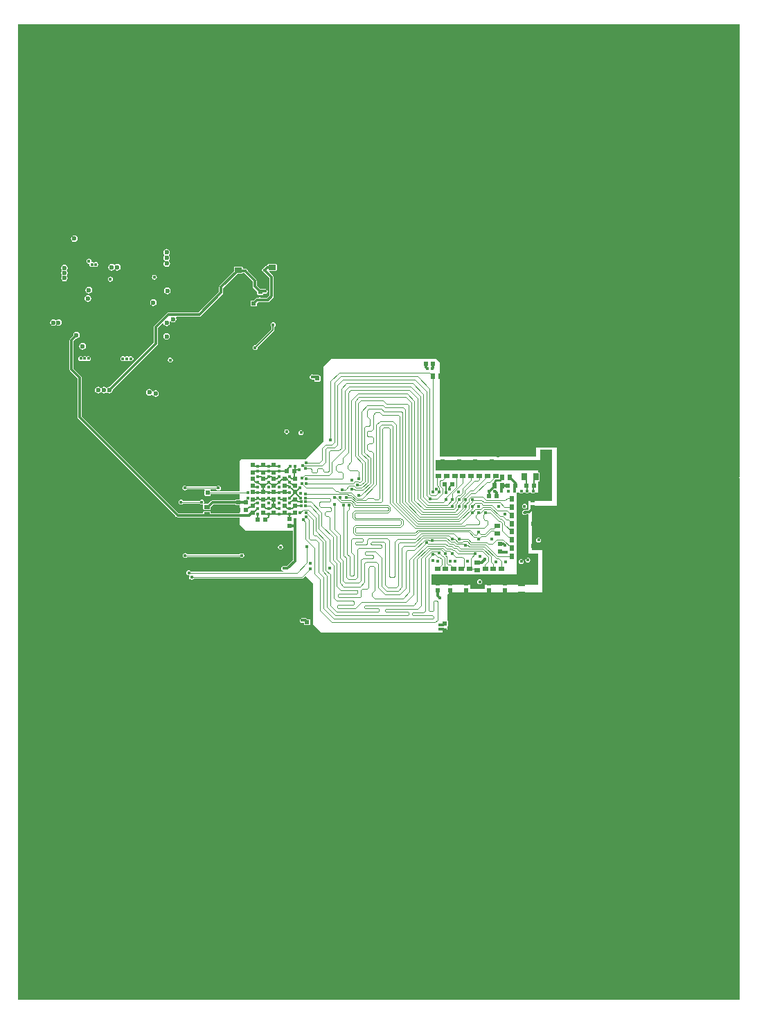
<source format=gbl>
G04 Layer_Physical_Order=4*
G04 Layer_Color=16711680*
%FSLAX43Y43*%
%MOMM*%
G71*
G01*
G75*
%ADD10R,0.510X0.700*%
%ADD11R,0.700X0.510*%
%ADD12R,0.560X0.510*%
%ADD13R,0.510X0.560*%
%ADD14R,0.640X0.890*%
%ADD15R,0.890X0.640*%
%ADD18C,0.400*%
%ADD24C,0.120*%
%ADD25C,0.090*%
%ADD26C,0.200*%
%ADD27C,0.300*%
%ADD28C,0.100*%
%ADD30C,0.175*%
%ADD31C,0.150*%
%ADD32C,0.250*%
%ADD33C,0.130*%
%ADD39C,0.600*%
G36*
X65705Y67595D02*
X65705Y61345D01*
X62775D01*
Y60215D01*
X62493D01*
X62467Y60233D01*
X62350Y60256D01*
X62233Y60233D01*
X62134Y60166D01*
X62067Y60067D01*
X62044Y59950D01*
X62067Y59833D01*
X62134Y59734D01*
X62137Y59732D01*
X62145Y59720D01*
X62227Y59665D01*
X62325Y59645D01*
X62335Y59647D01*
X62350Y59644D01*
X62467Y59667D01*
X62524Y59705D01*
X62775D01*
Y54925D01*
X63975D01*
Y51095D01*
X57455D01*
Y50595D01*
X55705D01*
Y51095D01*
X50955D01*
Y52345D01*
X61400Y52345D01*
X61400Y62345D01*
X61701D01*
X61709Y62334D01*
X61808Y62267D01*
X61925Y62244D01*
X62042Y62267D01*
X62141Y62334D01*
X62149Y62345D01*
X62401D01*
X62409Y62334D01*
X62508Y62267D01*
X62625Y62244D01*
X62742Y62267D01*
X62841Y62334D01*
X62849Y62345D01*
X63161D01*
X63169Y62334D01*
X63268Y62267D01*
X63385Y62244D01*
X63502Y62267D01*
X63601Y62334D01*
X63609Y62345D01*
X63955D01*
X63955Y63722D01*
X64045D01*
X64122Y63753D01*
X64153Y63830D01*
Y64720D01*
X64122Y64797D01*
X64045Y64828D01*
X63955D01*
Y65095D01*
X61650Y65095D01*
X59450Y65095D01*
X54725D01*
X51425Y65095D01*
Y66345D01*
X54205Y66345D01*
X58705D01*
X58950Y66345D01*
X64205Y66345D01*
X64205Y67595D01*
X65705Y67595D01*
D02*
G37*
G36*
X88592Y64350D02*
Y64321D01*
X88521Y64250D01*
X88423D01*
X66547D01*
X66435D01*
X66349Y64251D01*
X66250Y64350D01*
X66250Y67900D01*
X63750D01*
Y66750D01*
X52000Y66750D01*
Y78250D01*
X51500Y78750D01*
X38750D01*
X37750Y77750D01*
X37750Y68625D01*
X35575Y66450D01*
X27700Y66450D01*
X27500Y66250D01*
Y62512D01*
X23938D01*
Y62630D01*
X23912Y62693D01*
X23951Y62793D01*
X24627D01*
X24674Y62724D01*
X24773Y62657D01*
X24890Y62634D01*
X25007Y62657D01*
X25106Y62724D01*
X25173Y62823D01*
X25196Y62940D01*
X25173Y63057D01*
X25106Y63156D01*
X25007Y63223D01*
X24890Y63246D01*
X24773Y63223D01*
X24674Y63156D01*
X24641Y63107D01*
X21056D01*
X21016Y63166D01*
X20917Y63233D01*
X20800Y63256D01*
X20683Y63233D01*
X20584Y63166D01*
X20517Y63067D01*
X20494Y62950D01*
X20517Y62833D01*
X20584Y62734D01*
X20683Y62667D01*
X20800Y62644D01*
X20917Y62667D01*
X21016Y62734D01*
X21056Y62793D01*
X23199D01*
X23238Y62693D01*
X23212Y62630D01*
Y62070D01*
X23243Y61993D01*
X23320Y61962D01*
X23830D01*
X23907Y61993D01*
X23938Y62070D01*
Y62188D01*
X27500D01*
Y61538D01*
X27070D01*
X26993Y61507D01*
X26962Y61430D01*
Y61430D01*
X24175D01*
X24077Y61410D01*
X23995Y61355D01*
X23628Y60988D01*
X23190D01*
X23131Y61080D01*
X23131Y61081D01*
X23133Y61083D01*
X23156Y61200D01*
X23133Y61317D01*
X23066Y61416D01*
X22967Y61483D01*
X22850Y61506D01*
X22733Y61483D01*
X22634Y61416D01*
X22594Y61357D01*
X20581D01*
X20541Y61416D01*
X20442Y61483D01*
X20325Y61506D01*
X20208Y61483D01*
X20109Y61416D01*
X20042Y61317D01*
X20019Y61200D01*
X20042Y61083D01*
X20109Y60984D01*
X20208Y60917D01*
X20325Y60894D01*
X20442Y60917D01*
X20541Y60984D01*
X20581Y61043D01*
X22594D01*
X22634Y60984D01*
X22733Y60917D01*
X22850Y60894D01*
X22949Y60914D01*
X22969Y60907D01*
X23005Y60882D01*
X23042Y60847D01*
Y60370D01*
X23073Y60293D01*
X23150Y60262D01*
X23850D01*
X23927Y60293D01*
X23958Y60370D01*
Y60598D01*
X24281Y60920D01*
X26962D01*
Y60920D01*
X26993Y60843D01*
X27070Y60812D01*
X27500D01*
Y59855D01*
X23958D01*
Y59980D01*
X23927Y60057D01*
X23850Y60088D01*
X23150D01*
X23073Y60057D01*
X23042Y59980D01*
Y59855D01*
X20031D01*
X8180Y71706D01*
Y76450D01*
X8160Y76548D01*
X8105Y76630D01*
X7205Y77531D01*
Y80894D01*
X7510Y81200D01*
X7550Y81192D01*
X7706Y81223D01*
X7838Y81312D01*
X7927Y81444D01*
X7958Y81600D01*
X7927Y81756D01*
X7838Y81888D01*
X7706Y81977D01*
X7550Y82008D01*
X7394Y81977D01*
X7262Y81888D01*
X7173Y81756D01*
X7142Y81600D01*
X7150Y81561D01*
X6770Y81180D01*
X6715Y81098D01*
X6695Y81000D01*
Y77425D01*
X6715Y77327D01*
X6770Y77245D01*
X7670Y76344D01*
Y71600D01*
X7690Y71502D01*
X7745Y71420D01*
X19745Y59420D01*
X19827Y59365D01*
X19925Y59345D01*
X27500D01*
Y58500D01*
X28250Y57750D01*
X33995D01*
Y54106D01*
X33269Y53380D01*
X33059D01*
X33017Y53408D01*
X32900Y53431D01*
X32783Y53408D01*
X32684Y53341D01*
X32617Y53242D01*
X32594Y53125D01*
X32617Y53008D01*
X32684Y52909D01*
X32783Y52842D01*
X32808Y52837D01*
X32798Y52737D01*
X21540D01*
X21504Y52791D01*
X21405Y52858D01*
X21288Y52881D01*
X21170Y52858D01*
X21071Y52791D01*
X21005Y52692D01*
X20982Y52575D01*
X21005Y52458D01*
X21071Y52359D01*
X21170Y52292D01*
X21288Y52269D01*
X21324Y52276D01*
X21385Y52186D01*
X21355Y52142D01*
X21332Y52025D01*
X21355Y51908D01*
X21421Y51809D01*
X21520Y51742D01*
X21638Y51719D01*
X21755Y51742D01*
X21854Y51809D01*
X21890Y51863D01*
X35150D01*
X35265Y51910D01*
X35552Y52198D01*
X36500Y51250D01*
Y46250D01*
X37500Y45250D01*
X52450Y45250D01*
X52900Y45700D01*
X52900Y46045D01*
X52957Y46068D01*
X52988Y46145D01*
Y46655D01*
X52957Y46732D01*
X52900Y46755D01*
X52900Y49900D01*
X53200Y50200D01*
X63250Y50175D01*
X64500D01*
Y55300D01*
X63250D01*
Y60750D01*
X66250D01*
X66250Y64150D01*
X66250Y64250D01*
X66449Y64250D01*
X88325Y64250D01*
X88425Y64250D01*
X88519Y64249D01*
X88589Y64182D01*
X88592Y64150D01*
Y64150D01*
X88592D01*
Y408D01*
X408D01*
Y119592D01*
X88592D01*
Y64350D01*
D02*
G37*
%LPC*%
G36*
X62725Y54431D02*
X62608Y54408D01*
X62509Y54341D01*
X62442Y54242D01*
X62419Y54125D01*
X62442Y54008D01*
X62509Y53909D01*
X62608Y53842D01*
X62725Y53819D01*
X62842Y53842D01*
X62941Y53909D01*
X63008Y54008D01*
X63031Y54125D01*
X63008Y54242D01*
X62941Y54341D01*
X62842Y54408D01*
X62725Y54431D01*
D02*
G37*
G36*
X61925Y54256D02*
X61808Y54233D01*
X61709Y54166D01*
X61642Y54067D01*
X61619Y53950D01*
X61642Y53833D01*
X61709Y53734D01*
X61808Y53667D01*
X61925Y53644D01*
X62042Y53667D01*
X62141Y53734D01*
X62208Y53833D01*
X62231Y53950D01*
X62208Y54067D01*
X62141Y54166D01*
X62042Y54233D01*
X61925Y54256D01*
D02*
G37*
G36*
X56850Y51781D02*
X56733Y51758D01*
X56634Y51691D01*
X56567Y51592D01*
X56544Y51475D01*
X56567Y51358D01*
X56634Y51259D01*
X56733Y51192D01*
X56850Y51169D01*
X56967Y51192D01*
X57066Y51259D01*
X57133Y51358D01*
X57156Y51475D01*
X57133Y51592D01*
X57066Y51691D01*
X56967Y51758D01*
X56850Y51781D01*
D02*
G37*
G36*
X62325Y61006D02*
X62208Y60983D01*
X62109Y60916D01*
X62042Y60817D01*
X62019Y60700D01*
X62042Y60583D01*
X62109Y60484D01*
X62208Y60417D01*
X62325Y60394D01*
X62442Y60417D01*
X62541Y60484D01*
X62608Y60583D01*
X62631Y60700D01*
X62608Y60817D01*
X62541Y60916D01*
X62442Y60983D01*
X62325Y61006D01*
D02*
G37*
G36*
X36350Y76806D02*
X36233Y76783D01*
X36134Y76716D01*
X36067Y76617D01*
X36044Y76500D01*
X36067Y76383D01*
X36134Y76284D01*
X36233Y76217D01*
X36350Y76194D01*
X36467Y76217D01*
X36512Y76247D01*
X36612Y76196D01*
Y76045D01*
X36643Y75968D01*
X36720Y75937D01*
X37280D01*
X37357Y75968D01*
X37388Y76045D01*
Y76555D01*
X37357Y76632D01*
X37305Y76653D01*
X37267Y76710D01*
X37184Y76765D01*
X37087Y76785D01*
X36456D01*
X36350Y76806D01*
D02*
G37*
G36*
X16450Y75033D02*
X16294Y75002D01*
X16162Y74913D01*
X16073Y74781D01*
X16042Y74625D01*
X16073Y74469D01*
X16162Y74337D01*
X16294Y74248D01*
X16450Y74217D01*
X16606Y74248D01*
X16738Y74337D01*
X16748Y74351D01*
X16846Y74331D01*
X16848Y74319D01*
X16937Y74187D01*
X17069Y74098D01*
X17225Y74067D01*
X17381Y74098D01*
X17513Y74187D01*
X17602Y74319D01*
X17633Y74475D01*
X17602Y74631D01*
X17513Y74763D01*
X17381Y74852D01*
X17225Y74883D01*
X17069Y74852D01*
X16937Y74763D01*
X16927Y74749D01*
X16829Y74769D01*
X16827Y74781D01*
X16738Y74913D01*
X16606Y75002D01*
X16450Y75033D01*
D02*
G37*
G36*
X33250Y70131D02*
X33133Y70108D01*
X33034Y70041D01*
X32967Y69942D01*
X32944Y69825D01*
X32967Y69708D01*
X33034Y69609D01*
X33133Y69542D01*
X33250Y69519D01*
X33367Y69542D01*
X33466Y69609D01*
X33533Y69708D01*
X33556Y69825D01*
X33533Y69942D01*
X33466Y70041D01*
X33367Y70108D01*
X33250Y70131D01*
D02*
G37*
G36*
X19025Y78881D02*
X18908Y78858D01*
X18809Y78791D01*
X18742Y78692D01*
X18719Y78575D01*
X18742Y78458D01*
X18809Y78359D01*
X18908Y78292D01*
X19025Y78269D01*
X19142Y78292D01*
X19241Y78359D01*
X19308Y78458D01*
X19331Y78575D01*
X19308Y78692D01*
X19241Y78791D01*
X19142Y78858D01*
X19025Y78881D01*
D02*
G37*
G36*
X9000Y79081D02*
X8883Y79058D01*
X8784Y78991D01*
X8766D01*
X8667Y79058D01*
X8550Y79081D01*
X8433Y79058D01*
X8334Y78991D01*
X8291D01*
X8192Y79058D01*
X8075Y79081D01*
X7958Y79058D01*
X7859Y78991D01*
X7792Y78892D01*
X7769Y78775D01*
X7792Y78658D01*
X7859Y78559D01*
X7958Y78492D01*
X8075Y78469D01*
X8192Y78492D01*
X8237Y78523D01*
X8312Y78551D01*
X8388Y78523D01*
X8433Y78492D01*
X8550Y78469D01*
X8667Y78492D01*
X8766Y78559D01*
X8784D01*
X8883Y78492D01*
X9000Y78469D01*
X9117Y78492D01*
X9216Y78559D01*
X9283Y78658D01*
X9306Y78775D01*
X9283Y78892D01*
X9216Y78991D01*
X9117Y79058D01*
X9000Y79081D01*
D02*
G37*
G36*
X14200Y79031D02*
X14083Y79008D01*
X13984Y78941D01*
X13887Y78977D01*
X13842Y79008D01*
X13725Y79031D01*
X13608Y79008D01*
X13545Y78966D01*
X13475Y78949D01*
X13405Y78966D01*
X13342Y79008D01*
X13225Y79031D01*
X13108Y79008D01*
X13009Y78941D01*
X12942Y78842D01*
X12919Y78725D01*
X12942Y78608D01*
X13009Y78509D01*
X13108Y78442D01*
X13225Y78419D01*
X13342Y78442D01*
X13441Y78509D01*
X13509D01*
X13608Y78442D01*
X13725Y78419D01*
X13842Y78442D01*
X13941Y78509D01*
X14038Y78473D01*
X14083Y78442D01*
X14200Y78419D01*
X14317Y78442D01*
X14416Y78509D01*
X14483Y78608D01*
X14506Y78725D01*
X14483Y78842D01*
X14416Y78941D01*
X14317Y79008D01*
X14200Y79031D01*
D02*
G37*
G36*
X35150Y47081D02*
X35033Y47058D01*
X34934Y46991D01*
X34867Y46892D01*
X34844Y46775D01*
X34867Y46658D01*
X34934Y46559D01*
X35033Y46492D01*
X35150Y46469D01*
X35262Y46491D01*
X35268Y46492D01*
X35362Y46435D01*
Y46295D01*
X35393Y46218D01*
X35470Y46187D01*
X36030D01*
X36107Y46218D01*
X36138Y46295D01*
Y46805D01*
X36107Y46882D01*
X36030Y46913D01*
X35747D01*
X35705Y46955D01*
X35623Y47010D01*
X35525Y47030D01*
X35309D01*
X35267Y47058D01*
X35150Y47081D01*
D02*
G37*
G36*
X35000Y70006D02*
X34883Y69983D01*
X34784Y69916D01*
X34717Y69817D01*
X34694Y69700D01*
X34717Y69583D01*
X34784Y69484D01*
X34883Y69417D01*
X35000Y69394D01*
X35117Y69417D01*
X35216Y69484D01*
X35283Y69583D01*
X35306Y69700D01*
X35283Y69817D01*
X35216Y69916D01*
X35117Y69983D01*
X35000Y70006D01*
D02*
G37*
G36*
X27750Y54981D02*
X27633Y54958D01*
X27534Y54891D01*
X27498Y54837D01*
X21077D01*
X21041Y54891D01*
X20942Y54958D01*
X20825Y54981D01*
X20708Y54958D01*
X20609Y54891D01*
X20542Y54792D01*
X20519Y54675D01*
X20542Y54558D01*
X20609Y54459D01*
X20708Y54392D01*
X20825Y54369D01*
X20942Y54392D01*
X21041Y54459D01*
X21077Y54513D01*
X27498D01*
X27534Y54459D01*
X27633Y54392D01*
X27750Y54369D01*
X27867Y54392D01*
X27966Y54459D01*
X28033Y54558D01*
X28056Y54675D01*
X28033Y54792D01*
X27966Y54891D01*
X27867Y54958D01*
X27750Y54981D01*
D02*
G37*
G36*
X32500Y56006D02*
X32383Y55983D01*
X32284Y55916D01*
X32217Y55817D01*
X32194Y55700D01*
X32217Y55583D01*
X32284Y55484D01*
X32383Y55417D01*
X32500Y55394D01*
X32617Y55417D01*
X32716Y55484D01*
X32783Y55583D01*
X32806Y55700D01*
X32783Y55817D01*
X32716Y55916D01*
X32617Y55983D01*
X32500Y56006D01*
D02*
G37*
G36*
X64035Y56896D02*
X63918Y56872D01*
X63818Y56806D01*
X63752Y56707D01*
X63729Y56590D01*
X63752Y56473D01*
X63818Y56374D01*
X63918Y56307D01*
X64035Y56284D01*
X64152Y56307D01*
X64251Y56374D01*
X64317Y56473D01*
X64341Y56590D01*
X64317Y56707D01*
X64251Y56806D01*
X64152Y56872D01*
X64035Y56896D01*
D02*
G37*
G36*
X8300Y80658D02*
X8144Y80627D01*
X8012Y80538D01*
X7923Y80406D01*
X7892Y80250D01*
X7923Y80094D01*
X8012Y79962D01*
X8144Y79873D01*
X8300Y79842D01*
X8456Y79873D01*
X8588Y79962D01*
X8677Y80094D01*
X8708Y80250D01*
X8677Y80406D01*
X8588Y80538D01*
X8456Y80627D01*
X8300Y80658D01*
D02*
G37*
G36*
X6075Y90233D02*
X5919Y90202D01*
X5787Y90113D01*
X5698Y89981D01*
X5667Y89825D01*
X5698Y89669D01*
X5753Y89586D01*
X5778Y89512D01*
X5753Y89439D01*
X5698Y89356D01*
X5667Y89200D01*
X5698Y89044D01*
X5753Y88961D01*
X5778Y88887D01*
X5753Y88814D01*
X5698Y88731D01*
X5667Y88575D01*
X5698Y88419D01*
X5787Y88287D01*
X5919Y88198D01*
X6075Y88167D01*
X6231Y88198D01*
X6363Y88287D01*
X6452Y88419D01*
X6483Y88575D01*
X6452Y88731D01*
X6397Y88814D01*
X6372Y88887D01*
X6397Y88961D01*
X6452Y89044D01*
X6483Y89200D01*
X6452Y89356D01*
X6397Y89439D01*
X6372Y89512D01*
X6397Y89586D01*
X6452Y89669D01*
X6483Y89825D01*
X6452Y89981D01*
X6363Y90113D01*
X6231Y90202D01*
X6075Y90233D01*
D02*
G37*
G36*
X17075Y89006D02*
X16958Y88983D01*
X16859Y88916D01*
X16792Y88817D01*
X16769Y88700D01*
X16792Y88583D01*
X16859Y88484D01*
X16958Y88417D01*
X17075Y88394D01*
X17192Y88417D01*
X17291Y88484D01*
X17358Y88583D01*
X17381Y88700D01*
X17358Y88817D01*
X17291Y88916D01*
X17192Y88983D01*
X17075Y89006D01*
D02*
G37*
G36*
X9050Y87508D02*
X8894Y87477D01*
X8762Y87388D01*
X8673Y87256D01*
X8642Y87100D01*
X8673Y86944D01*
X8762Y86812D01*
X8894Y86723D01*
X9050Y86692D01*
X9206Y86723D01*
X9338Y86812D01*
X9427Y86944D01*
X9458Y87100D01*
X9427Y87256D01*
X9338Y87388D01*
X9206Y87477D01*
X9050Y87508D01*
D02*
G37*
G36*
X11700Y88756D02*
X11583Y88733D01*
X11484Y88666D01*
X11417Y88567D01*
X11394Y88450D01*
X11417Y88333D01*
X11484Y88234D01*
X11583Y88167D01*
X11700Y88144D01*
X11817Y88167D01*
X11916Y88234D01*
X11983Y88333D01*
X12006Y88450D01*
X11983Y88567D01*
X11916Y88666D01*
X11817Y88733D01*
X11700Y88756D01*
D02*
G37*
G36*
X12550Y90308D02*
X12394Y90277D01*
X12262Y90188D01*
X12250Y90171D01*
X12150D01*
X12138Y90188D01*
X12006Y90277D01*
X11850Y90308D01*
X11694Y90277D01*
X11562Y90188D01*
X11473Y90056D01*
X11442Y89900D01*
X11473Y89744D01*
X11562Y89612D01*
X11694Y89523D01*
X11850Y89492D01*
X12006Y89523D01*
X12138Y89612D01*
X12150Y89629D01*
X12250D01*
X12262Y89612D01*
X12394Y89523D01*
X12550Y89492D01*
X12706Y89523D01*
X12838Y89612D01*
X12927Y89744D01*
X12958Y89900D01*
X12927Y90056D01*
X12838Y90188D01*
X12706Y90277D01*
X12550Y90308D01*
D02*
G37*
G36*
X7278Y93808D02*
X7122Y93777D01*
X6990Y93688D01*
X6901Y93556D01*
X6870Y93400D01*
X6901Y93244D01*
X6990Y93112D01*
X7122Y93023D01*
X7278Y92992D01*
X7434Y93023D01*
X7567Y93112D01*
X7655Y93244D01*
X7686Y93400D01*
X7655Y93556D01*
X7567Y93688D01*
X7434Y93777D01*
X7278Y93808D01*
D02*
G37*
G36*
X18575Y92158D02*
X18419Y92127D01*
X18287Y92038D01*
X18198Y91906D01*
X18167Y91750D01*
X18198Y91594D01*
X18287Y91462D01*
X18304Y91450D01*
Y91350D01*
X18287Y91338D01*
X18198Y91206D01*
X18167Y91050D01*
X18198Y90894D01*
X18287Y90762D01*
X18316Y90742D01*
Y90642D01*
X18312Y90638D01*
X18223Y90506D01*
X18192Y90350D01*
X18223Y90194D01*
X18312Y90062D01*
X18444Y89973D01*
X18600Y89942D01*
X18756Y89973D01*
X18888Y90062D01*
X18977Y90194D01*
X19008Y90350D01*
X18977Y90506D01*
X18888Y90638D01*
X18858Y90658D01*
Y90758D01*
X18863Y90762D01*
X18952Y90894D01*
X18983Y91050D01*
X18952Y91206D01*
X18863Y91338D01*
X18846Y91350D01*
Y91450D01*
X18863Y91462D01*
X18952Y91594D01*
X18983Y91750D01*
X18952Y91906D01*
X18863Y92038D01*
X18731Y92127D01*
X18575Y92158D01*
D02*
G37*
G36*
X9075Y90956D02*
X8958Y90933D01*
X8859Y90866D01*
X8792Y90767D01*
X8769Y90650D01*
X8792Y90533D01*
X8859Y90434D01*
X8958Y90367D01*
X9075Y90344D01*
X9078Y90345D01*
X9149Y90274D01*
X9144Y90250D01*
X9167Y90133D01*
X9234Y90034D01*
X9333Y89967D01*
X9450Y89944D01*
X9567Y89967D01*
X9595Y89986D01*
X9675Y90029D01*
X9755Y89986D01*
X9783Y89967D01*
X9900Y89944D01*
X10017Y89967D01*
X10116Y90034D01*
X10183Y90133D01*
X10206Y90250D01*
X10183Y90367D01*
X10116Y90466D01*
X10017Y90533D01*
X9900Y90556D01*
X9783Y90533D01*
X9684Y90466D01*
X9666D01*
X9567Y90533D01*
X9450Y90556D01*
X9447Y90555D01*
X9376Y90626D01*
X9381Y90650D01*
X9358Y90767D01*
X9291Y90866D01*
X9192Y90933D01*
X9075Y90956D01*
D02*
G37*
G36*
X5350Y83558D02*
X5194Y83527D01*
X5111Y83472D01*
X5037Y83447D01*
X4964Y83472D01*
X4881Y83527D01*
X4725Y83558D01*
X4569Y83527D01*
X4437Y83438D01*
X4348Y83306D01*
X4317Y83150D01*
X4348Y82994D01*
X4437Y82862D01*
X4569Y82773D01*
X4725Y82742D01*
X4881Y82773D01*
X4964Y82828D01*
X5037Y82853D01*
X5111Y82828D01*
X5194Y82773D01*
X5350Y82742D01*
X5506Y82773D01*
X5638Y82862D01*
X5727Y82994D01*
X5758Y83150D01*
X5727Y83306D01*
X5638Y83438D01*
X5506Y83527D01*
X5350Y83558D01*
D02*
G37*
G36*
X16950Y85983D02*
X16794Y85952D01*
X16662Y85863D01*
X16573Y85731D01*
X16542Y85575D01*
X16573Y85419D01*
X16662Y85287D01*
X16794Y85198D01*
X16950Y85167D01*
X17106Y85198D01*
X17238Y85287D01*
X17327Y85419D01*
X17358Y85575D01*
X17327Y85731D01*
X17238Y85863D01*
X17106Y85952D01*
X16950Y85983D01*
D02*
G37*
G36*
X31575Y83181D02*
X31458Y83158D01*
X31359Y83091D01*
X31292Y82992D01*
X31269Y82875D01*
X31292Y82758D01*
X31359Y82659D01*
X31407Y82627D01*
Y82370D01*
X29432Y80395D01*
X29375Y80406D01*
X29258Y80383D01*
X29159Y80316D01*
X29092Y80217D01*
X29069Y80100D01*
X29092Y79983D01*
X29159Y79884D01*
X29258Y79817D01*
X29375Y79794D01*
X29492Y79817D01*
X29591Y79884D01*
X29658Y79983D01*
X29681Y80100D01*
X29670Y80157D01*
X31694Y82181D01*
X31730Y82236D01*
X31743Y82300D01*
Y82627D01*
X31791Y82659D01*
X31858Y82758D01*
X31881Y82875D01*
X31858Y82992D01*
X31791Y83091D01*
X31692Y83158D01*
X31575Y83181D01*
D02*
G37*
G36*
X18575Y81858D02*
X18419Y81827D01*
X18287Y81738D01*
X18198Y81606D01*
X18167Y81450D01*
X18198Y81294D01*
X18287Y81162D01*
X18419Y81073D01*
X18575Y81042D01*
X18731Y81073D01*
X18863Y81162D01*
X18952Y81294D01*
X18983Y81450D01*
X18952Y81606D01*
X18863Y81738D01*
X18731Y81827D01*
X18575Y81858D01*
D02*
G37*
G36*
X18650Y87433D02*
X18494Y87402D01*
X18362Y87313D01*
X18273Y87181D01*
X18242Y87025D01*
X18273Y86869D01*
X18362Y86737D01*
X18494Y86648D01*
X18650Y86617D01*
X18806Y86648D01*
X18938Y86737D01*
X19027Y86869D01*
X19058Y87025D01*
X19027Y87181D01*
X18938Y87313D01*
X18806Y87402D01*
X18650Y87433D01*
D02*
G37*
G36*
X27795Y90003D02*
X26905D01*
X26828Y89972D01*
X26797Y89895D01*
Y89382D01*
X25070Y87655D01*
X25015Y87573D01*
X24995Y87475D01*
Y86906D01*
X22469Y84380D01*
X18775D01*
X18677Y84360D01*
X18595Y84305D01*
X17095Y82805D01*
X17040Y82723D01*
X17020Y82625D01*
Y80706D01*
X11615Y75300D01*
X11575Y75308D01*
X11419Y75277D01*
X11302Y75199D01*
X11243Y75188D01*
X11232D01*
X11173Y75199D01*
X11056Y75277D01*
X10900Y75308D01*
X10744Y75277D01*
X10612Y75188D01*
X10600Y75171D01*
X10500D01*
X10488Y75188D01*
X10356Y75277D01*
X10200Y75308D01*
X10044Y75277D01*
X9912Y75188D01*
X9823Y75056D01*
X9792Y74900D01*
X9823Y74744D01*
X9912Y74612D01*
X10044Y74523D01*
X10200Y74492D01*
X10356Y74523D01*
X10488Y74612D01*
X10500Y74629D01*
X10600D01*
X10612Y74612D01*
X10744Y74523D01*
X10900Y74492D01*
X11056Y74523D01*
X11173Y74601D01*
X11232Y74612D01*
X11243D01*
X11302Y74601D01*
X11419Y74523D01*
X11575Y74492D01*
X11731Y74523D01*
X11863Y74612D01*
X11952Y74744D01*
X11983Y74900D01*
X11975Y74939D01*
X17455Y80420D01*
X17510Y80502D01*
X17530Y80600D01*
Y82519D01*
X18077Y83066D01*
X18185Y83033D01*
X18198Y82969D01*
X18287Y82837D01*
X18419Y82748D01*
X18575Y82717D01*
X18731Y82748D01*
X18863Y82837D01*
X18952Y82969D01*
X18983Y83125D01*
X18952Y83281D01*
X19038Y83322D01*
X19062Y83287D01*
X19194Y83198D01*
X19350Y83167D01*
X19506Y83198D01*
X19638Y83287D01*
X19727Y83419D01*
X19758Y83575D01*
X19727Y83731D01*
X19701Y83770D01*
X19754Y83870D01*
X22575D01*
X22673Y83890D01*
X22755Y83945D01*
X25430Y86620D01*
X25485Y86702D01*
X25505Y86800D01*
Y87369D01*
X27282Y89147D01*
X27795D01*
X27872Y89178D01*
X27878Y89195D01*
X28042D01*
X28083Y89167D01*
X28101Y89164D01*
X29070Y88194D01*
Y87600D01*
X29090Y87502D01*
X29145Y87420D01*
X29637Y86928D01*
Y86645D01*
X29668Y86568D01*
X29745Y86537D01*
X30305D01*
X30382Y86568D01*
X30410Y86637D01*
X30418Y86648D01*
X30506Y86692D01*
X30513Y86691D01*
X30625Y86669D01*
X30742Y86692D01*
X30841Y86759D01*
X30908Y86858D01*
X30931Y86975D01*
X30908Y87092D01*
X30841Y87191D01*
X30742Y87258D01*
X30625Y87281D01*
X30508Y87258D01*
X30504Y87255D01*
X30325D01*
X30305Y87263D01*
X30022D01*
X29580Y87706D01*
Y88300D01*
X29560Y88398D01*
X29505Y88480D01*
X28499Y89487D01*
X28483Y89567D01*
X28416Y89666D01*
X28317Y89733D01*
X28200Y89756D01*
X28083Y89733D01*
X28042Y89705D01*
X27903D01*
Y89895D01*
X27872Y89972D01*
X27795Y90003D01*
D02*
G37*
G36*
X8950Y86508D02*
X8794Y86477D01*
X8662Y86388D01*
X8573Y86256D01*
X8542Y86100D01*
X8573Y85944D01*
X8662Y85812D01*
X8794Y85723D01*
X8950Y85692D01*
X9106Y85723D01*
X9238Y85812D01*
X9327Y85944D01*
X9358Y86100D01*
X9327Y86256D01*
X9238Y86388D01*
X9106Y86477D01*
X8950Y86508D01*
D02*
G37*
G36*
X31920Y90328D02*
X31030D01*
X30953Y90297D01*
X30922Y90220D01*
Y90155D01*
X30875D01*
X30777Y90135D01*
X30695Y90080D01*
X30482Y89867D01*
X30433Y89858D01*
X30334Y89791D01*
X30267Y89692D01*
X30244Y89575D01*
X30267Y89458D01*
X30334Y89359D01*
X30433Y89292D01*
X30482Y89283D01*
X31145Y88619D01*
Y86481D01*
X30844Y86180D01*
X30109D01*
X30067Y86208D01*
X29950Y86231D01*
X29833Y86208D01*
X29791Y86180D01*
X29650D01*
X29552Y86160D01*
X29470Y86105D01*
X29203Y85838D01*
X28920D01*
X28843Y85807D01*
X28812Y85730D01*
Y85220D01*
X28843Y85143D01*
X28920Y85112D01*
X29480D01*
X29557Y85143D01*
X29588Y85220D01*
Y85503D01*
X29756Y85670D01*
X29791D01*
X29833Y85642D01*
X29950Y85619D01*
X30067Y85642D01*
X30109Y85670D01*
X30950D01*
X31048Y85690D01*
X31130Y85745D01*
X31580Y86195D01*
X31635Y86277D01*
X31655Y86375D01*
Y88725D01*
X31635Y88823D01*
X31580Y88905D01*
X31114Y89372D01*
X31155Y89472D01*
X31920D01*
X31997Y89503D01*
X32028Y89580D01*
Y90220D01*
X31997Y90297D01*
X31920Y90328D01*
D02*
G37*
%LPD*%
D10*
X61650Y54600D02*
D03*
X60750D02*
D03*
X61655Y55595D02*
D03*
X60755D02*
D03*
X61655Y61595D02*
D03*
X60755D02*
D03*
X61655Y56595D02*
D03*
X60755D02*
D03*
X61655Y57595D02*
D03*
X60755D02*
D03*
X61655Y59595D02*
D03*
X60755D02*
D03*
X61655Y58595D02*
D03*
X60755D02*
D03*
X61655Y60595D02*
D03*
X60755D02*
D03*
X59625Y64200D02*
D03*
X60525D02*
D03*
X59550Y63250D02*
D03*
X58650D02*
D03*
X51125Y76550D02*
D03*
X52025D02*
D03*
D11*
X55800Y65300D02*
D03*
Y64400D02*
D03*
X23500Y60625D02*
D03*
Y59725D02*
D03*
X57800Y65300D02*
D03*
Y64400D02*
D03*
X56800Y65300D02*
D03*
Y64400D02*
D03*
X53650Y52150D02*
D03*
Y53050D02*
D03*
X54800Y65300D02*
D03*
Y64400D02*
D03*
X51800Y65300D02*
D03*
Y64400D02*
D03*
X51705Y52145D02*
D03*
Y53045D02*
D03*
X53800Y65300D02*
D03*
Y64400D02*
D03*
X59500Y52150D02*
D03*
Y53050D02*
D03*
X58525Y52150D02*
D03*
Y53050D02*
D03*
X52800Y65300D02*
D03*
Y64400D02*
D03*
X57550Y52150D02*
D03*
Y53050D02*
D03*
X58800Y65300D02*
D03*
Y64400D02*
D03*
X54625Y52150D02*
D03*
Y53050D02*
D03*
X55600Y52150D02*
D03*
Y53050D02*
D03*
X52675Y52150D02*
D03*
Y53050D02*
D03*
X56580Y52920D02*
D03*
Y53820D02*
D03*
X58955Y57395D02*
D03*
Y58295D02*
D03*
D12*
X29125Y61525D02*
D03*
Y62425D02*
D03*
X32975Y63175D02*
D03*
Y64075D02*
D03*
X29200Y85475D02*
D03*
Y86375D02*
D03*
X30025Y86900D02*
D03*
Y87800D02*
D03*
X29125Y59875D02*
D03*
Y60775D02*
D03*
X33625Y58275D02*
D03*
Y59175D02*
D03*
X30375Y65750D02*
D03*
Y64850D02*
D03*
X37000Y77200D02*
D03*
Y76300D02*
D03*
X52300Y67045D02*
D03*
Y66145D02*
D03*
X54300Y67050D02*
D03*
Y66150D02*
D03*
X56300Y67050D02*
D03*
Y66150D02*
D03*
X58300Y67050D02*
D03*
Y66150D02*
D03*
X63325Y60550D02*
D03*
Y61450D02*
D03*
X59955Y50395D02*
D03*
Y51295D02*
D03*
X53205Y50395D02*
D03*
Y51295D02*
D03*
X51705Y50395D02*
D03*
Y51295D02*
D03*
X57955Y50395D02*
D03*
Y51295D02*
D03*
X55205Y50395D02*
D03*
Y51295D02*
D03*
X31675Y65750D02*
D03*
Y64850D02*
D03*
Y64075D02*
D03*
Y63175D02*
D03*
X29075D02*
D03*
Y64075D02*
D03*
Y65750D02*
D03*
Y64850D02*
D03*
X30375Y64075D02*
D03*
Y63175D02*
D03*
X32975Y61525D02*
D03*
Y62425D02*
D03*
X30375Y61525D02*
D03*
Y62425D02*
D03*
Y60775D02*
D03*
Y59875D02*
D03*
X31675Y60775D02*
D03*
Y59875D02*
D03*
Y61525D02*
D03*
Y62425D02*
D03*
X34275Y60775D02*
D03*
Y59875D02*
D03*
Y62425D02*
D03*
Y61525D02*
D03*
Y64075D02*
D03*
Y63175D02*
D03*
X32975Y60775D02*
D03*
Y59875D02*
D03*
X35750Y47450D02*
D03*
Y46550D02*
D03*
X59300Y56100D02*
D03*
Y55200D02*
D03*
X28300Y61175D02*
D03*
Y60275D02*
D03*
X27350Y61175D02*
D03*
Y60275D02*
D03*
X52600Y45500D02*
D03*
Y46400D02*
D03*
D13*
X23575Y62350D02*
D03*
X22675D02*
D03*
X29725Y59025D02*
D03*
X30625D02*
D03*
X63405Y55845D02*
D03*
X62505D02*
D03*
X63405Y58595D02*
D03*
X62505D02*
D03*
X51150Y78100D02*
D03*
X50250D02*
D03*
X34175Y64950D02*
D03*
X33275D02*
D03*
X52600Y63400D02*
D03*
X53500D02*
D03*
X58900Y61925D02*
D03*
X58000D02*
D03*
X61200Y63250D02*
D03*
X60300D02*
D03*
X62575D02*
D03*
X63475D02*
D03*
D14*
X63725Y64275D02*
D03*
X62325D02*
D03*
D15*
X31475Y89900D02*
D03*
Y91300D02*
D03*
X27350Y89575D02*
D03*
Y88175D02*
D03*
X60500Y65975D02*
D03*
Y67375D02*
D03*
X61955Y51295D02*
D03*
Y49895D02*
D03*
D18*
X55125Y55900D02*
D03*
X62350Y59950D02*
D03*
X52450Y67875D02*
D03*
X59050Y66825D02*
D03*
X64225Y55525D02*
D03*
X66675Y61000D02*
D03*
X64800Y58525D02*
D03*
X64425Y57225D02*
D03*
X60100Y55100D02*
D03*
X57500Y54200D02*
D03*
X56900Y54600D02*
D03*
X59950Y59775D02*
D03*
X61955Y49245D02*
D03*
X59955Y49745D02*
D03*
X57955D02*
D03*
X55205D02*
D03*
X51955Y49520D02*
D03*
X53205Y49745D02*
D03*
X62225Y68250D02*
D03*
X54325Y60700D02*
D03*
X53525Y60700D02*
D03*
X53855Y53950D02*
D03*
X55325D02*
D03*
X52765Y62360D02*
D03*
X58855Y53940D02*
D03*
X51105Y54080D02*
D03*
X61925Y53950D02*
D03*
X51715Y54020D02*
D03*
X53215Y53950D02*
D03*
X62325Y60700D02*
D03*
X59925Y55900D02*
D03*
X60045Y53930D02*
D03*
X62725Y54125D02*
D03*
X54275Y62450D02*
D03*
X51525Y62800D02*
D03*
X59125Y60700D02*
D03*
X60325Y62550D02*
D03*
X61925D02*
D03*
X62625D02*
D03*
X63385D02*
D03*
X61085D02*
D03*
X59525D02*
D03*
X58675D02*
D03*
X57955D02*
D03*
X56725Y60700D02*
D03*
X53175Y62750D02*
D03*
X64035Y56590D02*
D03*
X53505Y54930D02*
D03*
X56325Y54880D02*
D03*
X55125Y60700D02*
D03*
X53525Y61500D02*
D03*
Y56700D02*
D03*
X54325D02*
D03*
X55925Y61500D02*
D03*
Y60700D02*
D03*
X50395Y56250D02*
D03*
X51905Y55000D02*
D03*
X52625Y54900D02*
D03*
X51135Y54810D02*
D03*
X54325Y61500D02*
D03*
X55125D02*
D03*
X56725Y59900D02*
D03*
X52725Y61500D02*
D03*
X55925Y59900D02*
D03*
X50765Y61610D02*
D03*
X51125Y62440D02*
D03*
X51905D02*
D03*
X57525Y59900D02*
D03*
X51015Y56490D02*
D03*
X35000Y69700D02*
D03*
X20325Y61200D02*
D03*
X22850D02*
D03*
X29375Y80100D02*
D03*
X29300Y86950D02*
D03*
X29600Y83925D02*
D03*
X30625Y86400D02*
D03*
X31575Y82875D02*
D03*
X34075Y81125D02*
D03*
X7025Y97275D02*
D03*
X2175Y97475D02*
D03*
X21638Y52025D02*
D03*
X21288Y52575D02*
D03*
X36175Y53050D02*
D03*
X32900Y53125D02*
D03*
X32500Y55700D02*
D03*
X33250Y69825D02*
D03*
X22025Y53075D02*
D03*
X35750Y55775D02*
D03*
X24890Y62940D02*
D03*
X20800Y62950D02*
D03*
X20825Y54675D02*
D03*
X27750D02*
D03*
X22125Y62350D02*
D03*
X28525Y61725D02*
D03*
X34250Y59050D02*
D03*
X36175Y53700D02*
D03*
X19025Y78575D02*
D03*
X11700Y88450D02*
D03*
X9075Y90650D02*
D03*
X2750Y81750D02*
D03*
X4250Y83801D02*
D03*
X3750Y85750D02*
D03*
X3250Y89500D02*
D03*
X4250Y90500D02*
D03*
X1475Y92975D02*
D03*
X12850Y84475D02*
D03*
X22550Y78900D02*
D03*
Y81100D02*
D03*
X22000Y76775D02*
D03*
X22550Y83250D02*
D03*
X9900Y90250D02*
D03*
X17075Y88700D02*
D03*
X11150Y85650D02*
D03*
X11125Y84450D02*
D03*
Y83225D02*
D03*
X14600D02*
D03*
Y84475D02*
D03*
Y85650D02*
D03*
X12875D02*
D03*
Y83225D02*
D03*
X6175Y82175D02*
D03*
Y80075D02*
D03*
X6100Y83275D02*
D03*
X9000Y78775D02*
D03*
X8075D02*
D03*
X8550D02*
D03*
X12000Y83875D02*
D03*
Y85075D02*
D03*
X13725D02*
D03*
Y83875D02*
D03*
X14200Y78725D02*
D03*
X13725Y78725D02*
D03*
X13225D02*
D03*
X9450Y90250D02*
D03*
X35250Y71900D02*
D03*
X33250D02*
D03*
X35125Y63450D02*
D03*
X35625Y64025D02*
D03*
X35025Y61225D02*
D03*
X34275Y65575D02*
D03*
X35625Y66000D02*
D03*
X35225Y65675D02*
D03*
X35575Y65300D02*
D03*
X35125Y64175D02*
D03*
X35625Y63500D02*
D03*
X35575Y62225D02*
D03*
Y61725D02*
D03*
Y61225D02*
D03*
X35550Y60725D02*
D03*
X34875Y59875D02*
D03*
X35625Y59400D02*
D03*
X32500Y53650D02*
D03*
X29225Y91475D02*
D03*
X34075Y79450D02*
D03*
X28200Y89450D02*
D03*
X30625Y88475D02*
D03*
X28300Y88425D02*
D03*
X30700Y91450D02*
D03*
X29950Y85925D02*
D03*
X37050Y85650D02*
D03*
X30625Y86975D02*
D03*
Y87500D02*
D03*
X30550Y89575D02*
D03*
X34750Y65125D02*
D03*
X32325Y64975D02*
D03*
X31025Y61725D02*
D03*
Y60425D02*
D03*
X34975Y62250D02*
D03*
X33650Y65600D02*
D03*
X33625Y64325D02*
D03*
Y62375D02*
D03*
Y60425D02*
D03*
Y61075D02*
D03*
Y59775D02*
D03*
X32325Y65625D02*
D03*
Y63675D02*
D03*
Y63025D02*
D03*
Y62375D02*
D03*
Y61075D02*
D03*
Y60425D02*
D03*
Y59775D02*
D03*
X31025Y63675D02*
D03*
Y64325D02*
D03*
Y65625D02*
D03*
X29725D02*
D03*
Y64975D02*
D03*
Y61725D02*
D03*
Y60425D02*
D03*
Y59775D02*
D03*
X31025D02*
D03*
Y64975D02*
D03*
X32325Y64325D02*
D03*
X29725Y63025D02*
D03*
X31025Y61075D02*
D03*
X33625Y63675D02*
D03*
Y61725D02*
D03*
Y63025D02*
D03*
X34925Y61725D02*
D03*
X34900Y63000D02*
D03*
X35025Y60725D02*
D03*
X29725Y64325D02*
D03*
X31025Y63025D02*
D03*
X32325Y61725D02*
D03*
X29725Y62375D02*
D03*
Y61075D02*
D03*
Y63675D02*
D03*
X31025Y62375D02*
D03*
X38525Y53150D02*
D03*
X28525Y62350D02*
D03*
X35250Y59050D02*
D03*
X35600Y59900D02*
D03*
X39075Y60925D02*
D03*
X40500Y61800D02*
D03*
X41250Y63925D02*
D03*
X41850Y63300D02*
D03*
X41225Y62800D02*
D03*
X56850Y51475D02*
D03*
X38625Y68825D02*
D03*
X42025Y62000D02*
D03*
X40900Y60825D02*
D03*
X40175D02*
D03*
X42075Y64075D02*
D03*
X39775Y61800D02*
D03*
X56725Y57500D02*
D03*
X39075Y61800D02*
D03*
X56725Y56700D02*
D03*
X52675Y76550D02*
D03*
X36350Y70950D02*
D03*
Y76500D02*
D03*
Y77000D02*
D03*
X35150Y46775D02*
D03*
Y47275D02*
D03*
X53500Y67250D02*
D03*
X55425Y67200D02*
D03*
X58350Y56725D02*
D03*
X40000Y62735D02*
D03*
X35100Y51200D02*
D03*
X50400Y77500D02*
D03*
X51000D02*
D03*
X52000Y46200D02*
D03*
Y45700D02*
D03*
D24*
X55780Y53045D02*
Y54335D01*
X57455Y53045D02*
Y53520D01*
X50665Y61590D02*
X51625D01*
X58455Y53045D02*
Y53645D01*
X59455Y53045D02*
X59530Y53120D01*
X52530Y53220D02*
X52705Y53045D01*
X53200Y53550D02*
X53705Y53045D01*
X53160Y55275D02*
X53505Y54930D01*
X52625Y55275D02*
X53160D01*
X53550Y55325D02*
X53775D01*
X53325Y55550D02*
X53550Y55325D01*
X52800Y55550D02*
X53325D01*
X52475Y55875D02*
X52800Y55550D01*
X52275Y55625D02*
X52625Y55275D01*
X50575Y55625D02*
X52275D01*
X50425Y55875D02*
X52475D01*
X48775Y54225D02*
X50425Y55875D01*
X49200Y54250D02*
X50575Y55625D01*
X49200Y49075D02*
Y54250D01*
X48775Y49950D02*
Y54225D01*
X50925Y55175D02*
X51730D01*
X50150Y54400D02*
X50925Y55175D01*
X50150Y47925D02*
Y54400D01*
X50710Y56490D02*
X51015D01*
X50550Y56650D02*
X50710Y56490D01*
X49975Y56900D02*
X52750D01*
X49825Y57150D02*
X53075D01*
X48950Y56275D02*
X49825Y57150D01*
X48900Y55825D02*
X49975Y56900D01*
X50150Y56650D02*
X50550D01*
X48850Y55350D02*
X50150Y56650D01*
X50750Y55400D02*
X52125D01*
X49650Y54300D02*
X50750Y55400D01*
X49650Y48550D02*
Y54300D01*
X51730Y55175D02*
X51905Y55000D01*
X55125Y55900D02*
X55400D01*
X54950Y56075D02*
X55125Y55900D01*
X54825Y56410D02*
X55315D01*
X54715Y56300D02*
X54825Y56410D01*
X54200Y56300D02*
X54715D01*
X53800Y56700D02*
X54200Y56300D01*
X53735Y56340D02*
X54000Y56075D01*
X53310Y56340D02*
X53735D01*
X54175Y55825D02*
X54475Y55525D01*
X53850Y55825D02*
X54175D01*
X53600Y56075D02*
X53850Y55825D01*
X53125Y56075D02*
X53600D01*
X52710Y56490D02*
X53125Y56075D01*
X54350Y55250D02*
X57125D01*
X54025Y55575D02*
X54350Y55250D01*
X53675Y55575D02*
X54025D01*
X53425Y55825D02*
X53675Y55575D01*
X52950Y55825D02*
X53425D01*
X52650Y56125D02*
X52950Y55825D01*
X50520Y56125D02*
X52650D01*
X55400Y55900D02*
X55525Y55775D01*
X54475Y55525D02*
X57250D01*
X57125Y55250D02*
X57905Y54470D01*
X38800Y64825D02*
Y66100D01*
X40100Y66625D02*
X40775Y67300D01*
X39300Y65150D02*
Y65600D01*
X40100Y66000D02*
Y66625D01*
X39900Y65800D02*
X40100Y66000D01*
X39500Y65800D02*
X39900D01*
X39300Y65600D02*
X39500Y65800D01*
X57300Y59200D02*
X57500Y59000D01*
X57800Y58500D02*
Y58900D01*
X57700Y59000D02*
X57800Y58900D01*
X57500Y59000D02*
X57700D01*
X57375Y58075D02*
X57800Y58500D01*
X56800Y58600D02*
Y58900D01*
X56700Y58500D02*
X56800Y58600D01*
X56400Y59300D02*
X56800Y58900D01*
X55200Y58500D02*
X56700D01*
X56400Y59575D02*
X56725Y59900D01*
X56400Y59300D02*
Y59575D01*
X55000Y58300D02*
X55200Y58500D01*
X49125Y58300D02*
X55000D01*
X45700Y70300D02*
X45850Y70150D01*
X45100Y70300D02*
X45700D01*
X45850Y61125D02*
Y70150D01*
X44400Y61500D02*
X44575Y61675D01*
X44000Y61500D02*
X44400D01*
X43800Y61700D02*
X44000Y61500D01*
X43150Y61700D02*
X43800D01*
X42875Y61425D02*
X43150Y61700D01*
X41794Y61425D02*
X42875D01*
X41169Y62050D02*
X41794Y61425D01*
X40825Y62050D02*
X41169D01*
X40710Y62165D02*
X40825Y62050D01*
X42490Y61640D02*
X44200Y63350D01*
X41876Y61640D02*
X42490D01*
X41131Y62385D02*
X41876Y61640D01*
X40169Y62385D02*
X41131D01*
X44975Y70175D02*
X45100Y70300D01*
X44975Y61350D02*
Y70175D01*
X44575Y70441D02*
X44834Y70700D01*
X44575Y61675D02*
Y70441D01*
X44200Y63350D02*
Y70631D01*
X43800Y70150D02*
Y71875D01*
X43575Y69925D02*
X43800Y70150D01*
X43200Y69925D02*
X43575D01*
X43100Y69825D02*
X43200Y69925D01*
X43100Y69325D02*
Y69825D01*
Y69325D02*
X43225Y69200D01*
X43675D01*
X43800Y69075D01*
Y68525D02*
Y69075D01*
X43650Y68375D02*
X43800Y68525D01*
X43300Y68375D02*
X43650D01*
X43100Y68175D02*
X43300Y68375D01*
X43100Y67675D02*
Y68175D01*
Y67675D02*
X43350Y67425D01*
X43600D01*
X43800Y67225D01*
Y63450D02*
Y67225D01*
X42350Y62000D02*
X43800Y63450D01*
X42025Y62000D02*
X42350D01*
X41772Y61150D02*
X44775D01*
X41122Y61800D02*
X41772Y61150D01*
X40500Y61800D02*
X41122D01*
X46016Y70700D02*
X46250Y70466D01*
X44834Y70700D02*
X46016D01*
X46181Y71100D02*
X46625Y70656D01*
X44669Y71100D02*
X46181D01*
X44200Y70631D02*
X44669Y71100D01*
X43075Y71675D02*
X43450Y71300D01*
Y70675D02*
Y71300D01*
X43300Y70525D02*
X43450Y70675D01*
X46625Y61175D02*
Y70656D01*
X46250Y61175D02*
Y70466D01*
Y61175D02*
X49125Y58300D01*
X45850Y61125D02*
X48900Y58075D01*
X57375D01*
X46625Y61175D02*
X49225Y58575D01*
X54600D01*
X55925Y59900D01*
X54375Y58875D02*
X55925Y60425D01*
X49275Y58875D02*
X54375D01*
X47025Y61125D02*
X49275Y58875D01*
X47025Y61125D02*
Y71700D01*
X55525Y60425D02*
Y60825D01*
X54250Y59150D02*
X55525Y60425D01*
X49400Y59150D02*
X54250D01*
X47375Y61175D02*
X49400Y59150D01*
X47375Y61175D02*
Y72150D01*
X48125Y61300D02*
Y73000D01*
Y61300D02*
X49700Y59725D01*
X54050D01*
X54750Y60425D01*
X54325Y60550D02*
Y60700D01*
X53800Y60025D02*
X54325Y60550D01*
X49850Y60025D02*
X53800D01*
X48500Y61375D02*
X49850Y60025D01*
X48500Y61375D02*
Y73350D01*
X48875Y61475D02*
Y73575D01*
Y61475D02*
X50050Y60300D01*
X53675D01*
X53925Y60550D01*
Y60925D01*
X52875Y60850D02*
X53525Y61500D01*
X50450Y60850D02*
X52875D01*
X49600Y61700D02*
X50450Y60850D01*
X46625Y70656D02*
X46625Y70656D01*
X44200Y70631D02*
X44200Y70631D01*
X46850Y71875D02*
X47025Y71700D01*
X44925Y71875D02*
X46850D01*
X44600Y72200D02*
X44925Y71875D01*
X44125Y72200D02*
X44600D01*
X43800Y71875D02*
X44125Y72200D01*
X47225Y72300D02*
X47375Y72150D01*
X45125Y72300D02*
X47225D01*
X44850Y72575D02*
X45125Y72300D01*
X43250Y72575D02*
X44850D01*
X43075Y72400D02*
X43250Y72575D01*
X43075Y71675D02*
Y72400D01*
X47750Y61225D02*
Y72500D01*
Y61225D02*
X49550Y59425D01*
X54125D01*
X40375Y67675D02*
Y74775D01*
X38800Y66100D02*
X40375Y67675D01*
X49600Y61700D02*
Y74100D01*
X48400Y75300D02*
X49600Y74100D01*
X40900Y75300D02*
X48400D01*
X40375Y74775D02*
X40900Y75300D01*
X59700Y56650D02*
X60755Y55595D01*
X59530Y53120D02*
Y54000D01*
X55400Y56700D02*
X55800Y56300D01*
X55315Y56410D02*
X55700Y56025D01*
X54325Y56700D02*
X55400D01*
X54325Y56700D02*
X54325Y56700D01*
X53525Y56700D02*
X53800D01*
X54200Y54900D02*
X56305D01*
X56325Y54880D01*
X51705Y53045D02*
X52200Y53540D01*
Y54200D01*
X51900Y54500D02*
X52200Y54200D01*
X51700Y54500D02*
X51900D01*
X51390Y54810D02*
X51700Y54500D01*
X51135Y54810D02*
X51390D01*
X52800Y53700D02*
Y54575D01*
X52680Y54695D02*
X52800Y54575D01*
X54705Y53045D02*
X54900Y53240D01*
Y54300D01*
X54700Y54500D02*
X54900Y54300D01*
X53935Y54500D02*
X54700D01*
X53505Y54930D02*
X53935Y54500D01*
X56455Y53045D02*
X56580Y52920D01*
X51125Y76550D02*
Y76625D01*
Y66525D02*
Y76550D01*
X58075Y63675D02*
X58800Y64400D01*
X57700Y63675D02*
X58075D01*
X56300Y62275D02*
X57700Y63675D01*
X55775Y62275D02*
X56300D01*
X55125Y61625D02*
X55775Y62275D01*
X55125Y61500D02*
Y61625D01*
X56025Y62625D02*
X57800Y64400D01*
X55700Y62625D02*
X56025D01*
X54725Y61650D02*
X55700Y62625D01*
X55025Y62300D02*
Y62625D01*
X54325Y61600D02*
X55025Y62300D01*
X54325Y61500D02*
Y61600D01*
X54800Y62400D02*
Y62900D01*
X56600Y63775D02*
X56800Y63975D01*
X56175Y63775D02*
X56600D01*
X55025Y62625D02*
X56175Y63775D01*
X55800Y63900D02*
Y64400D01*
X54800Y62900D02*
X55800Y63900D01*
X53800Y64400D02*
X54000Y64200D01*
Y63065D02*
Y64200D01*
X52725Y61790D02*
X54000Y63065D01*
X54800Y63520D02*
Y64400D01*
X53525Y62245D02*
X54800Y63520D01*
X56800Y63975D02*
Y64400D01*
X51905Y62440D02*
Y62970D01*
X51600Y63275D02*
X51905Y62970D01*
X51600Y63275D02*
Y64200D01*
X52300Y62265D02*
Y62900D01*
X52000Y63200D02*
X52300Y62900D01*
X52000Y63200D02*
Y63800D01*
X51600Y64200D02*
X51800Y64400D01*
X52300Y63900D02*
X52800Y64400D01*
X52100Y63900D02*
X52300D01*
X52000Y63800D02*
X52100Y63900D01*
X60225Y61670D02*
X60680D01*
X59955Y61400D02*
X60225Y61670D01*
X57600Y61400D02*
X59955D01*
X57180Y61820D02*
X57600Y61400D01*
X56180Y61820D02*
X57180D01*
X55967Y61458D02*
X57068D01*
X57375Y61150D01*
X58300Y60875D02*
X58987Y60188D01*
X57225Y60875D02*
X58300D01*
X57025Y61075D02*
X57225Y60875D01*
X56300Y61075D02*
X57025D01*
X55925Y60700D02*
X56300Y61075D01*
X55925Y59900D02*
X56325Y60300D01*
X60755Y59595D02*
X60755D01*
X58987Y60188D02*
X60162D01*
X60755Y59595D01*
X60325Y59025D02*
X60755Y58595D01*
X60100Y59025D02*
X60325D01*
X59675Y59450D02*
X60100Y59025D01*
X59325Y59450D02*
X59675D01*
X58180Y60595D02*
X59325Y59450D01*
X59880Y58445D02*
Y58800D01*
X59530Y59150D02*
X59880Y58800D01*
X59325Y59150D02*
X59530D01*
X59580Y57695D02*
Y58650D01*
X59355Y58875D02*
X59580Y58650D01*
X59200Y58875D02*
X59355D01*
X58175Y59900D02*
X59200Y58875D01*
X57525Y59900D02*
X58175D01*
X53525Y61500D02*
Y62245D01*
X55125Y60700D02*
Y60925D01*
X55500Y61300D01*
Y61600D01*
X55800Y61900D01*
X56100D01*
X56180Y61820D01*
X55925Y61500D02*
X55967Y61458D01*
X52725Y61500D02*
Y61790D01*
X51625Y61590D02*
X52300Y62265D01*
X55780Y54335D02*
X56325Y54880D01*
X51045Y54720D02*
X51135Y54810D01*
X50625Y54300D02*
X51045Y54720D01*
X42575Y56475D02*
Y56675D01*
X42475Y56775D02*
X42575Y56675D01*
X41300Y56775D02*
X42475D01*
Y56375D02*
X42575Y56475D01*
X41750Y56375D02*
X42475D01*
X41750Y56000D02*
X42925D01*
X41650Y56275D02*
X41750Y56375D01*
X41650Y56100D02*
Y56275D01*
Y56100D02*
X41750Y56000D01*
X50700Y77050D02*
X51125Y76625D01*
X39675Y77050D02*
X50700D01*
X38625Y76000D02*
X39675Y77050D01*
X38500Y57900D02*
X39350Y57050D01*
X37900Y59650D02*
Y59925D01*
X38500Y57900D02*
Y59350D01*
X38375Y59475D02*
X38500Y59350D01*
X38075Y59475D02*
X38375D01*
X37900Y59650D02*
X38075Y59475D01*
X37325Y61225D02*
X38500D01*
X37225Y61125D02*
X37325Y61225D01*
X37225Y60775D02*
Y61125D01*
Y60775D02*
X37400Y60600D01*
X37900Y59925D02*
X38075Y60100D01*
X38550D01*
X38650Y60200D01*
Y60475D01*
X38525Y60600D02*
X38650Y60475D01*
X37400Y60600D02*
X38525D01*
X38500Y61225D02*
X38600Y61325D01*
Y61600D01*
X38475Y61725D02*
X38600Y61600D01*
X35575Y61725D02*
X38475D01*
X38625Y68825D02*
Y76000D01*
X39825Y76575D02*
X49225D01*
X39075Y75825D02*
X39825Y76575D01*
X39075Y68575D02*
Y75825D01*
X49225Y76575D02*
X50725Y75075D01*
Y62175D02*
Y75075D01*
X40125Y76150D02*
X48950D01*
X39475Y75500D02*
X40125Y76150D01*
X39475Y68225D02*
Y75500D01*
X48950Y76150D02*
X50350Y74750D01*
Y62025D02*
Y74750D01*
X48675Y75725D02*
X49975Y74425D01*
X40575Y75725D02*
X48675D01*
X39925Y75075D02*
X40575Y75725D01*
X49975Y61825D02*
Y74425D01*
X39925Y67800D02*
Y75075D01*
X48250Y74875D02*
X49250Y73875D01*
X41075Y74875D02*
X48250D01*
X49250Y61575D02*
Y73875D01*
X40775Y74575D02*
X41075Y74875D01*
X40775Y67300D02*
Y74575D01*
X48000Y74450D02*
X48875Y73575D01*
X41950Y74450D02*
X48000D01*
X41150Y73650D02*
X41950Y74450D01*
X41150Y66150D02*
Y73650D01*
X47825Y74025D02*
X48500Y73350D01*
X42100Y74025D02*
X47825D01*
X41600Y73525D02*
X42100Y74025D01*
X41600Y66825D02*
Y73525D01*
X42275Y73600D02*
X45025D01*
X41975Y73300D02*
X42275Y73600D01*
X41975Y66950D02*
Y73300D01*
X45025Y73600D02*
X45450Y73175D01*
X47950D02*
X48125Y73000D01*
X45450Y73175D02*
X47950D01*
X47500Y72750D02*
X47750Y72500D01*
X45275Y72750D02*
X47500D01*
X45025Y73000D02*
X45275Y72750D01*
X43075Y73000D02*
X45025D01*
X42375Y72300D02*
X43075Y73000D01*
X42375Y67150D02*
Y72300D01*
X51100Y47875D02*
X51200Y47975D01*
X50725Y47875D02*
X51100D01*
X50625Y47975D02*
X50725Y47875D01*
X50625Y47975D02*
Y54300D01*
X51325Y49200D02*
X51575D01*
X51200Y49075D02*
X51325Y49200D01*
X51200Y47975D02*
Y49075D01*
X51675Y46800D02*
Y49100D01*
X51575Y49200D02*
X51675Y49100D01*
X51400Y46525D02*
X51675Y46800D01*
X38800Y46525D02*
X51400D01*
X37350Y47975D02*
X38800Y46525D01*
X37350Y47975D02*
Y51800D01*
X49975Y47750D02*
X50150Y47925D01*
X48700Y47750D02*
X49975D01*
X48650Y47375D02*
X51075D01*
X51225Y47225D01*
Y47050D02*
Y47225D01*
X51125Y46950D02*
X51225Y47050D01*
X39000Y46950D02*
X51125D01*
X48575Y47625D02*
X48700Y47750D01*
X48575Y47450D02*
Y47625D01*
Y47450D02*
X48650Y47375D01*
X37750Y48200D02*
Y52025D01*
Y48200D02*
X39000Y46950D01*
X48150Y47475D02*
Y47700D01*
X48050Y47375D02*
X48150Y47475D01*
X39200Y47375D02*
X48050D01*
X49275Y48175D02*
X49650Y48550D01*
X45350Y48175D02*
X49275D01*
X45275Y48100D02*
X45350Y48175D01*
X45275Y47850D02*
Y48100D01*
Y47850D02*
X45350Y47775D01*
X48075D01*
X48150Y47700D01*
X38175Y48400D02*
Y52225D01*
Y48400D02*
X39200Y47375D01*
X39375Y47800D02*
X44450D01*
X44525Y47875D01*
Y48125D01*
X44450Y48200D02*
X44525Y48125D01*
X42800Y48200D02*
X44450D01*
X42800Y48600D02*
X48725D01*
X42700Y48500D02*
X42800Y48600D01*
X42700Y48300D02*
Y48500D01*
Y48300D02*
X42800Y48200D01*
X48725Y48600D02*
X49200Y49075D01*
X38575Y48600D02*
Y52375D01*
Y48600D02*
X39375Y47800D01*
X44000Y49450D02*
X47500D01*
X43675Y49775D02*
X44000Y49450D01*
X42400Y49025D02*
X47850D01*
X41600Y48225D02*
X42400Y49025D01*
X39550Y48225D02*
X41600D01*
X39550Y48650D02*
X41400D01*
X39350Y49125D02*
X41375D01*
X41400Y48650D02*
X41475Y48725D01*
Y49025D01*
X41375Y49125D02*
X41475Y49025D01*
X39450Y48550D02*
X39550Y48650D01*
X39450Y48325D02*
Y48550D01*
Y48325D02*
X39550Y48225D01*
X47850Y49025D02*
X48775Y49950D01*
X38975Y49500D02*
Y53500D01*
Y49500D02*
X39350Y49125D01*
X43675Y49775D02*
Y50125D01*
X44000Y50450D02*
Y53225D01*
X43675Y50125D02*
X44000Y50450D01*
X43225Y50750D02*
Y53175D01*
X43075Y50600D02*
X43225Y50750D01*
X42525Y50600D02*
X43075D01*
X42350Y50425D02*
X42525Y50600D01*
X42350Y49650D02*
Y50425D01*
X42250Y49550D02*
X42350Y49650D01*
X39625Y49550D02*
X42250D01*
X41925Y50125D02*
Y50375D01*
X41850Y50450D02*
X41925Y50375D01*
X39875Y50450D02*
X41850D01*
X39500Y49675D02*
X39625Y49550D01*
X39500Y49675D02*
Y49925D01*
X39600Y50025D01*
X41825D01*
X41925Y50125D01*
X48275Y50225D02*
Y54130D01*
X47500Y49450D02*
X48275Y50225D01*
X39375Y50950D02*
Y53700D01*
X43850Y53375D02*
X44000Y53225D01*
X43425Y53375D02*
X43850D01*
X43225Y53175D02*
X43425Y53375D01*
X39375Y50950D02*
X39875Y50450D01*
X42900Y54750D02*
X43700D01*
X42800Y54850D02*
X42900Y54750D01*
X42800Y54850D02*
Y55050D01*
X43800Y54450D02*
Y54650D01*
X43700Y54750D02*
X43800Y54650D01*
X42900Y55150D02*
X44100D01*
X42800Y55050D02*
X42900Y55150D01*
X44875Y50925D02*
Y54375D01*
X44100Y55150D02*
X44875Y54375D01*
X42550Y54350D02*
X43700D01*
X43800Y54450D01*
X47800Y50650D02*
Y55125D01*
X44450Y50750D02*
Y53650D01*
X47075Y49925D02*
X47800Y50650D01*
X45275Y49925D02*
X47075D01*
X44450Y50750D02*
X45275Y49925D01*
X42950Y53900D02*
X44200D01*
X44450Y53650D01*
X39775Y51325D02*
Y53850D01*
X42750Y53700D02*
X42950Y53900D01*
X42750Y51425D02*
Y53700D01*
X42200Y50875D02*
X42750Y51425D01*
X40225Y50875D02*
X42200D01*
X39775Y51325D02*
X40225Y50875D01*
X42325Y54125D02*
X42550Y54350D01*
X42325Y51625D02*
Y54125D01*
X40400Y51325D02*
X42025D01*
X40125Y51600D02*
X40400Y51325D01*
X40125Y51600D02*
Y54075D01*
X42025Y51325D02*
X42325Y51625D01*
X41900Y52000D02*
Y55400D01*
X41650Y51750D02*
X41900Y52000D01*
X40750Y51750D02*
X41650D01*
X40500Y52000D02*
Y54375D01*
X41900Y55400D02*
X42075Y55575D01*
X40500Y52000D02*
X40750Y51750D01*
X44850Y55675D02*
Y55875D01*
X44750Y55575D02*
X44850Y55675D01*
X42075Y55575D02*
X44750D01*
X43650Y56350D02*
X45125D01*
X43525Y56225D02*
X43650Y56350D01*
X43525Y56100D02*
Y56225D01*
X45125Y56350D02*
X45300Y56175D01*
X44750Y55975D02*
X44850Y55875D01*
X43650Y55975D02*
X44750D01*
X43525Y56100D02*
X43650Y55975D01*
X45300Y51125D02*
Y56175D01*
X43275Y56775D02*
X45500D01*
X43050Y56550D02*
X43275Y56775D01*
X43050Y56125D02*
Y56550D01*
X42925Y56000D02*
X43050Y56125D01*
X41475Y52325D02*
Y54750D01*
X41125Y55100D02*
X41475Y54750D01*
X41125Y55100D02*
Y56600D01*
X41325Y52175D02*
X41475Y52325D01*
X41050Y52175D02*
X41325D01*
X40925Y52300D02*
X41050Y52175D01*
X41125Y56600D02*
X41300Y56775D01*
X40925Y52300D02*
Y54550D01*
X46450Y52150D02*
Y56375D01*
X45750Y52175D02*
Y56525D01*
X46325Y52025D02*
X46450Y52150D01*
X45900Y52025D02*
X46325D01*
X45750Y52175D02*
X45900Y52025D01*
X40625Y54850D02*
X40925Y54550D01*
X40900Y60350D02*
Y60825D01*
X40625Y54850D02*
Y60075D01*
X40900Y60350D01*
X38875Y62925D02*
X39250Y62550D01*
X35650Y62925D02*
X38875D01*
X35125Y63450D02*
X35650Y62925D01*
X57300Y59675D02*
X57525Y59900D01*
X57300Y59200D02*
Y59675D01*
X44775Y61150D02*
X44975Y61350D01*
X39625Y67500D02*
X39925Y67800D01*
X38550Y67500D02*
X39625D01*
X39100Y67850D02*
X39475Y68225D01*
X38150Y67850D02*
X39100D01*
X38725Y68225D02*
X39075Y68575D01*
X38000Y68225D02*
X38725D01*
X38400Y67350D02*
X38550Y67500D01*
X38400Y65025D02*
Y67350D01*
X36400Y64825D02*
X36900D01*
X36325Y64900D02*
X36400Y64825D01*
X36325Y64900D02*
Y65175D01*
X37000Y64925D02*
Y65225D01*
X36900Y64825D02*
X37000Y64925D01*
X36650Y52500D02*
Y55625D01*
X35550Y56725D02*
X36650Y55625D01*
X35550Y56725D02*
Y58750D01*
X40925Y65100D02*
X41900D01*
X40675Y65350D02*
X40925Y65100D01*
X40675Y65350D02*
Y65675D01*
X41150Y66150D01*
X41900Y65100D02*
X42075Y64925D01*
Y64075D02*
Y64925D01*
X39975Y64925D02*
X40125Y64775D01*
Y64150D02*
Y64775D01*
X40000Y64025D02*
X40125Y64150D01*
X35625Y64025D02*
X40000D01*
X39525Y64925D02*
X39975D01*
X41350Y63500D02*
X41565Y63715D01*
X51125Y62440D02*
Y66525D01*
X52530Y53220D02*
Y54445D01*
X52395Y54580D02*
X52530Y54445D01*
X51125Y66525D02*
X51125Y66525D01*
X36650Y52500D02*
X37350Y51800D01*
X48275Y54130D02*
X50395Y56250D01*
X40175Y54700D02*
X40500Y54375D01*
X40175Y54700D02*
Y60825D01*
X39075Y57900D02*
Y60925D01*
X35575Y61225D02*
X36250D01*
X37525Y59950D01*
Y58325D02*
Y59950D01*
X37150Y57950D02*
Y59700D01*
X36125Y60725D02*
X37150Y59700D01*
X35550Y60725D02*
X36125D01*
X36800Y57700D02*
Y59300D01*
X36600Y57125D02*
X36875D01*
X36434Y57291D02*
X36600Y57125D01*
X36434Y57291D02*
Y59100D01*
X36150Y56625D02*
X36775D01*
X35625Y59400D02*
X36000Y59025D01*
Y56775D02*
X36150Y56625D01*
X36000Y56775D02*
Y59025D01*
X35250Y59050D02*
X35550Y58750D01*
X49675Y57375D02*
X53650D01*
X50250Y60575D02*
X53400D01*
X50650Y61150D02*
X52375D01*
X50900Y62000D02*
X51465D01*
X35600Y59900D02*
X35634D01*
X36434Y59100D01*
X34875Y59875D02*
X35260Y60260D01*
X35840D01*
X36800Y59300D01*
X35125Y64175D02*
X35425Y64475D01*
X35575Y62225D02*
X39375D01*
X39250Y62550D02*
X39550D01*
X35625Y63500D02*
X41350D01*
X41225Y62800D02*
X41475D01*
X41600Y62675D01*
X55925Y60425D02*
Y60700D01*
Y61225D02*
Y61500D01*
X55525Y60825D02*
X55925Y61225D01*
X55125Y60425D02*
Y60700D01*
X51465Y62000D02*
X51905Y62440D01*
X52375Y61150D02*
X52725Y61500D01*
X53400Y60575D02*
X53525Y60700D01*
X54125Y59425D02*
X55125Y60425D01*
X52125Y55400D02*
X52625Y54900D01*
X41565Y63715D02*
X41951D01*
X42066Y63600D01*
X41600Y66825D02*
X42475Y65950D01*
X41975Y66950D02*
X42800Y66125D01*
X42375Y67150D02*
X43125Y66400D01*
X42750Y67300D02*
X43475Y66575D01*
X50725Y62175D02*
X50900Y62000D01*
X50350Y62025D02*
X50765Y61610D01*
X49975Y61825D02*
X50650Y61150D01*
X49250Y61575D02*
X50250Y60575D01*
X51125Y66525D02*
Y66525D01*
X51125Y66525D02*
X51125D01*
X42066Y63600D02*
X42225D01*
X42475Y63850D01*
Y65950D01*
X41850Y63300D02*
X42350D01*
X42800Y63750D01*
Y66125D01*
X42425Y62950D02*
X43125Y63650D01*
Y66400D01*
X41600Y62675D02*
X42600D01*
X43475Y63550D01*
Y66575D01*
X42750Y70350D02*
X42925Y70525D01*
X43300D01*
X42750Y67300D02*
Y70350D01*
X39300Y65150D02*
X39525Y64925D01*
X38450Y64475D02*
X38800Y64825D01*
X35425Y64475D02*
X38450D01*
X37555Y65655D02*
X38000Y66100D01*
X35920Y65655D02*
X37555D01*
X37550Y67775D02*
X38000Y68225D01*
X37550Y66350D02*
Y67775D01*
X37200Y66000D02*
X37550Y66350D01*
X35625Y66000D02*
X37200D01*
X38000Y66100D02*
Y67700D01*
X38150Y67850D01*
X38250Y64875D02*
X38400Y65025D01*
X35575Y65300D02*
X36200D01*
X36325Y65175D01*
X37000Y65225D02*
X37100Y65325D01*
X37600D01*
X37725Y65200D01*
Y64975D02*
Y65200D01*
Y64975D02*
X37825Y64875D01*
X38250D01*
X59580Y57695D02*
X60330Y56945D01*
X60455D01*
X60755Y56645D01*
Y56595D02*
Y56645D01*
X59880Y58445D02*
X60730Y57595D01*
X60755D01*
X60680Y61670D02*
X60755Y61595D01*
X58230Y53870D02*
X58455Y53645D01*
X57455Y53520D02*
X57905Y53970D01*
X51555Y53195D02*
X51705Y53045D01*
X55705D02*
X55780D01*
X39775Y54425D02*
X40125Y54075D01*
X39775Y54425D02*
Y57200D01*
X39075Y57900D02*
X39775Y57200D01*
X39350Y54275D02*
X39775Y53850D01*
X39350Y54275D02*
Y57050D01*
X38925Y54150D02*
X39375Y53700D01*
X38925Y54150D02*
Y56925D01*
X37525Y58325D02*
X38925Y56925D01*
X38475Y54000D02*
X38975Y53500D01*
X38475Y54000D02*
Y56625D01*
X37150Y57950D02*
X38475Y56625D01*
X38025Y52925D02*
X38575Y52375D01*
X38025Y52925D02*
Y56475D01*
X36800Y57700D02*
X38025Y56475D01*
X37625Y52775D02*
X38175Y52225D01*
X37625Y52775D02*
Y56375D01*
X36875Y57125D02*
X37625Y56375D01*
X37125Y52650D02*
X37750Y52025D01*
X37125Y52650D02*
Y56275D01*
X36775Y56625D02*
X37125Y56275D01*
X45500Y56775D02*
X45750Y56525D01*
X45300Y51125D02*
X45625Y50800D01*
X46625D01*
X46875Y51050D01*
X44875Y50925D02*
X45450Y50350D01*
X46850D01*
X47325Y50825D01*
X46450Y56375D02*
X46800Y56725D01*
X49025D01*
X49675Y57375D01*
X46875Y51050D02*
Y56075D01*
X47075Y56275D01*
X48950D01*
X47325Y50825D02*
Y55600D01*
X47550Y55825D01*
X48900D01*
X47800Y55125D02*
X48025Y55350D01*
X48850D01*
X55780Y53045D02*
X56455D01*
X51045Y54720D02*
X51045D01*
X53650Y57375D02*
X54180Y56845D01*
X54325Y56700D01*
X53075Y57150D02*
X53525Y56700D01*
X52325Y54580D02*
X52395D01*
X51905Y55000D02*
X52325Y54580D01*
X52750Y56900D02*
X53310Y56340D01*
X51015Y56490D02*
X52710D01*
X53775Y55325D02*
X54200Y54900D01*
X54000Y56075D02*
X54950D01*
X53925Y60925D02*
X54125Y61125D01*
Y61300D01*
X54325Y61500D01*
X55700Y56025D02*
X57550D01*
X58975Y54600D01*
X60750D01*
X55525Y55775D02*
X57425D01*
X57250Y55525D02*
X58230Y54545D01*
Y53870D02*
Y54545D01*
X57905Y53970D02*
Y54470D01*
X57425Y55775D02*
X58875Y54325D01*
X59205D01*
X59530Y54000D01*
X53900Y61800D02*
X54150Y62050D01*
X54450D01*
X54800Y62400D01*
X54750Y60425D02*
Y60975D01*
X55125Y61350D01*
Y61500D01*
X54325Y60700D02*
Y60950D01*
X54725Y61350D01*
Y61650D01*
X53525Y60700D02*
Y60950D01*
X53900Y61325D01*
Y61800D01*
X56325Y60300D02*
X56950D01*
X57245Y60595D01*
X58180D01*
X56725Y59900D02*
X56975D01*
X57375Y60300D01*
X58175D01*
X59325Y59150D01*
X57375Y61150D02*
X59325D01*
X59880Y60595D01*
X60755D01*
X57750Y56300D02*
X57925Y56125D01*
X58400D01*
X58925Y56650D01*
X55800Y56300D02*
X57750D01*
X58925Y56650D02*
X59700D01*
X50395Y56250D02*
X50520Y56125D01*
X52800Y53700D02*
X52950Y53550D01*
X53200D01*
X39375Y62225D02*
X39435Y62165D01*
X39550Y62550D02*
X39725Y62375D01*
X40159D01*
X40169Y62385D01*
X40875Y63175D02*
X41466D01*
X41701Y62940D01*
X41999D01*
X42005Y62945D01*
X42000Y62950D02*
X42425D01*
X40000Y62735D02*
X40435D01*
X40875Y63175D01*
X39435Y62165D02*
X40710D01*
D25*
X20325Y61200D02*
X22850D01*
X24880Y62950D02*
X24890Y62940D01*
X20800Y62950D02*
X24880D01*
X30375Y61525D02*
X30400Y61500D01*
X34225Y58275D02*
X34250Y58250D01*
X35225Y65675D02*
X35245Y65655D01*
X35920D01*
D26*
X28975Y60625D02*
X29425Y61075D01*
X52765Y62360D02*
Y63185D01*
X53175Y63075D02*
X53500Y63400D01*
X53175Y62750D02*
Y63075D01*
X51715Y54020D02*
X51780D01*
X63385Y63160D02*
X63475Y63250D01*
X63385Y62550D02*
Y63160D01*
X62575Y63250D02*
X62625Y63200D01*
Y62550D02*
Y63200D01*
X29200Y86375D02*
Y86825D01*
X30600Y87475D02*
X30625Y87500D01*
X30350Y87475D02*
X30600D01*
X30025Y87800D02*
X30350Y87475D01*
X29425Y61075D02*
X29725D01*
X28300Y60275D02*
Y60350D01*
X32525Y61525D02*
X32975D01*
X32325Y61725D02*
X32525Y61525D01*
X31675Y60775D02*
Y61525D01*
X31225D02*
X31675D01*
X31025Y61725D02*
X31225Y61525D01*
X31675Y62425D02*
X31725Y62375D01*
X32325D01*
X32375Y62425D01*
X32975D01*
X33025Y62375D01*
X33625D01*
Y61075D02*
X34075Y61525D01*
X34275D01*
X34575Y61225D01*
X35025D01*
X31675Y60775D02*
X32025Y60425D01*
X32325D01*
Y59775D02*
X32875D01*
X31775D02*
X32325D01*
X31025D02*
X31575D01*
X33075D02*
X33625D01*
X34175D01*
X31325Y60425D02*
X31675Y60775D01*
X31025Y60425D02*
X31325D01*
X30725D02*
X31025D01*
X30375Y60775D02*
X30725Y60425D01*
X30475Y59775D02*
X31025D01*
X33325Y60425D02*
X33625D01*
X32975Y60775D02*
X33325Y60425D01*
X33625D02*
X33925D01*
X34275Y60775D01*
X34325Y60725D02*
X35025D01*
X30325Y62375D02*
X30375Y62425D01*
X30975D01*
X31025Y62375D01*
X30375Y62425D02*
Y63175D01*
X30800Y61500D02*
X31025Y61725D01*
X30400Y61500D02*
X30800D01*
X29925Y61525D02*
X30375D01*
X29725Y61725D02*
X29925Y61525D01*
X33625Y59175D02*
Y59775D01*
X28650Y60625D02*
X28975D01*
X28300Y60275D02*
X28650Y60625D01*
X29350Y60050D02*
X29725Y60425D01*
X29525Y61525D02*
X29725Y61725D01*
X29125Y61525D02*
X29525D01*
X29125Y62425D02*
X29175Y62375D01*
X29725D01*
X30325D01*
X63475Y63250D02*
Y64025D01*
X63725Y64275D01*
X62575Y63250D02*
Y64025D01*
X62325Y64275D02*
X62575Y64025D01*
X31025Y62375D02*
X31725D01*
X29200Y86825D02*
X29325Y86950D01*
D27*
X28188Y89438D02*
X29325Y88300D01*
X28175Y89450D02*
X28188Y89438D01*
X23500Y59600D02*
X28650D01*
X19925D02*
X23500D01*
X63850Y58525D02*
X64800D01*
X35150Y46775D02*
X35525D01*
X35750Y46550D01*
X35150Y47275D02*
X35575D01*
X35750Y47450D01*
X61200Y63250D02*
Y63525D01*
X60525Y64200D02*
X61200Y63525D01*
X58900Y61925D02*
Y62325D01*
X58675Y62550D02*
X58900Y62325D01*
X61085Y62550D02*
Y63135D01*
X61200Y63250D01*
X60300Y63250D02*
X60300Y63250D01*
X59550Y63250D02*
X60300D01*
X62900Y59960D02*
X63405Y60465D01*
X62385Y59960D02*
X62900D01*
X60500Y64175D02*
X60525Y64200D01*
X59300Y55200D02*
X59400Y55100D01*
X60100D01*
X59300Y56100D02*
X59725D01*
X59925Y55900D01*
X57120Y53820D02*
X57500Y54200D01*
X56580Y53820D02*
X57120D01*
X59525Y62550D02*
Y63225D01*
X22125Y62350D02*
X22675D01*
X29950Y85925D02*
X30950D01*
X31400Y86375D01*
Y88725D01*
X30550Y89575D02*
X31400Y88725D01*
X29325Y87600D02*
X30025Y86900D01*
X29325Y87600D02*
Y88300D01*
X29200Y85475D02*
X29650Y85925D01*
X29950D01*
X30125Y87000D02*
X30600D01*
X25250Y87475D02*
X27350Y89575D01*
X25250Y86800D02*
Y87475D01*
X22575Y84125D02*
X25250Y86800D01*
X7925Y71600D02*
X19925Y59600D01*
X7925Y71600D02*
Y76450D01*
X32900Y53125D02*
X33375D01*
X23625Y60625D02*
X24175Y61175D01*
X6950Y77425D02*
X7925Y76450D01*
X6950Y77425D02*
Y81000D01*
X7550Y81600D01*
X11575Y74900D02*
X17275Y80600D01*
Y82625D01*
X18775Y84125D01*
X22575D01*
X27475Y89450D02*
X28175D01*
X30550Y89575D02*
X30875Y89900D01*
X31475D01*
X30700Y91450D02*
X31325D01*
X27350Y88175D02*
X28050D01*
X28300Y88425D01*
X33375Y53125D02*
X34250Y54000D01*
X33625Y58275D02*
X34225D01*
X34250Y54000D02*
Y58250D01*
Y59050D01*
X28650Y59600D02*
X28925Y59875D01*
X29125D01*
X63405Y55845D02*
X63905D01*
X64105Y55645D01*
X63405Y58595D02*
X63780D01*
X63850Y58525D01*
X52025Y76550D02*
X52675Y76550D01*
X51705Y49770D02*
Y50395D01*
Y49770D02*
X51955Y49520D01*
X53205Y49745D02*
Y50395D01*
X55205Y49745D02*
Y50395D01*
X57955Y49745D02*
Y50395D01*
X59955Y49745D02*
Y50395D01*
X61955Y49245D02*
Y49895D01*
X24175Y61175D02*
X27350D01*
X28300D01*
X50250Y77650D02*
Y78100D01*
Y77650D02*
X50400Y77500D01*
X51150Y77614D02*
Y78100D01*
X51036Y77500D02*
X51150Y77614D01*
X51000Y77500D02*
X51036D01*
X52000Y46200D02*
X52400D01*
X52600Y46400D01*
X52000Y45700D02*
X52400D01*
X52600Y45500D01*
X62325Y59900D02*
X62385Y59960D01*
X36325Y76975D02*
X36975D01*
X36437Y76530D02*
X37087D01*
D28*
X45625Y60850D02*
X45905Y60570D01*
X41600Y60850D02*
X45625D01*
X45530Y60620D02*
X45675Y60475D01*
X41505Y60620D02*
X45530D01*
X41530Y60920D02*
X41600Y60850D01*
X41530Y60920D02*
Y61090D01*
X41170Y61450D02*
X41530Y61090D01*
X39950Y61450D02*
X41170D01*
X41300Y60825D02*
X41505Y60620D01*
X41300Y60825D02*
Y60995D01*
X41075Y61220D02*
X41300Y60995D01*
X39855Y61220D02*
X41075D01*
X56725Y57500D02*
X56940Y57285D01*
X57435D01*
X56725Y56700D02*
X57080Y57055D01*
X57530D01*
X56650Y57425D02*
X56725Y57500D01*
X56450Y57225D02*
X56650Y57425D01*
X21638Y52025D02*
X35150D01*
X36175Y53050D01*
X35750Y53825D02*
Y55775D01*
X34500Y52575D02*
X35750Y53825D01*
X21288Y52575D02*
X34500D01*
X20825Y54675D02*
X27750D01*
X20800D02*
X20825D01*
X23500Y60625D02*
X23625D01*
X27350Y89575D02*
X27475Y89450D01*
X23575Y62350D02*
X28525D01*
X28300Y61175D02*
Y61500D01*
X28525Y61725D01*
X57530Y57055D02*
X58215Y57740D01*
X41605Y58030D02*
X41725Y58150D01*
X41605Y57570D02*
X41725Y57450D01*
X41605Y57570D02*
Y58030D01*
X41555Y59395D02*
X41675Y59275D01*
X41555Y59395D02*
Y59805D01*
X41645Y59895D01*
X45620D02*
X45905Y60180D01*
X41725Y57450D02*
X48950D01*
X49325Y57825D01*
X41725Y58150D02*
X47175D01*
X47175Y59275D02*
X47475Y58975D01*
X41675Y59275D02*
X47175D01*
X47175Y58150D02*
X47475Y58450D01*
Y58975D01*
X39775Y61625D02*
Y61800D01*
Y61625D02*
X39950Y61450D01*
X41645Y59895D02*
X45620D01*
X45905Y60180D02*
Y60570D01*
X56175Y57225D02*
X56450D01*
X55575Y57825D02*
X56175Y57225D01*
X49325Y57825D02*
X55575D01*
X41375Y58125D02*
X41630Y58380D01*
X41375Y57475D02*
X41630Y57220D01*
X41375Y57475D02*
Y58125D01*
X41325Y59300D02*
X41580Y59045D01*
X41325Y59300D02*
Y59900D01*
X41550Y60125D01*
X45525D01*
X41630Y57220D02*
X49045D01*
X41630Y58380D02*
X47080D01*
X47245Y58545D01*
X41580Y59045D02*
X47080D01*
X45525Y60125D02*
X45675Y60275D01*
X47080Y59045D02*
X47245Y58880D01*
X45675Y60275D02*
Y60475D01*
X39075Y61800D02*
X39275D01*
X39855Y61220D01*
X56100Y56975D02*
X56450D01*
X49045Y57220D02*
X49420Y57595D01*
X55480D01*
X56100Y56975D01*
X47245Y58545D02*
Y58880D01*
X58880Y58295D02*
X58955D01*
X58215Y57740D02*
X58560D01*
X58905Y57395D01*
X58955D01*
X56450Y56975D02*
X56580Y56845D01*
X56725Y56700D01*
X56650Y57425D02*
X56650D01*
X57435Y57285D02*
X58125Y57975D01*
X58560D01*
X58880Y58295D01*
D30*
X32975Y64075D02*
X33225D01*
X32725D02*
X32975D01*
X31675Y63175D02*
X31825D01*
X31525D02*
X31675D01*
X33250Y65200D02*
X33650Y65600D01*
X34275Y62375D02*
Y62425D01*
Y62375D02*
X34925Y61725D01*
X33625D02*
X34275Y62375D01*
X32875Y59775D02*
X32975Y59875D01*
X31575Y59775D02*
X31675Y59875D01*
X31025Y59425D02*
Y59775D01*
X30625Y59025D02*
X31025Y59425D01*
X29725Y59025D02*
Y59775D01*
X30375Y59875D02*
X30475Y59775D01*
X31675Y59875D02*
X31775Y59775D01*
X32975Y59875D02*
X33075Y59775D01*
X34175D02*
X34275Y59875D01*
Y60775D02*
X34325Y60725D01*
X31025Y63675D02*
X31525Y63175D01*
X30525D02*
X31025Y63675D01*
X30375Y63175D02*
X30525D01*
X30225D02*
X30375D01*
X29725Y63675D02*
X30225Y63175D01*
X32075Y64075D02*
X32325Y64325D01*
X31675Y64075D02*
X32075D01*
X31425Y64325D02*
X31675Y64075D01*
X31025Y64325D02*
X31425D01*
X30775Y64075D02*
X31025Y64325D01*
X30375Y64075D02*
X30775D01*
X34275Y62425D02*
X34325D01*
X34900Y63000D01*
X34275Y62425D02*
Y62450D01*
X33972Y62752D02*
X34275Y62450D01*
X33897Y62752D02*
X33972D01*
X34125Y63175D02*
X34275D01*
X34175Y64175D02*
X34275Y64075D01*
X34175Y64175D02*
Y64950D01*
X33875Y64075D02*
X34275D01*
X33625Y64325D02*
X33875Y64075D01*
X33250Y64975D02*
Y65200D01*
X34350Y65125D02*
X34750D01*
X33250Y64975D02*
X33275Y64950D01*
X32325Y64975D02*
X33250D01*
X31800D02*
X32325D01*
X31675Y64850D02*
X31800Y64975D01*
X31025D02*
X31550D01*
X31675Y64850D01*
X31800Y65625D02*
X32325D01*
X31675Y65750D02*
X31800Y65625D01*
X31550D02*
X31675Y65750D01*
X31025Y65625D02*
X31550D01*
X30500D02*
X31025D01*
X30375Y65750D02*
X30500Y65625D01*
X30250D02*
X30375Y65750D01*
X29725Y65625D02*
X30250D01*
X29075Y63175D02*
X29225Y63025D01*
X29725D01*
X29475Y63675D02*
X29725D01*
X29075Y64075D02*
X29475Y63675D01*
X30125Y64325D02*
X30375Y64075D01*
X29725Y64325D02*
X30125D01*
X29075Y64850D02*
X29200Y64975D01*
X29725D01*
X29075Y65750D02*
X29200Y65625D01*
X29725D01*
X31325Y91450D02*
X31475Y91300D01*
X32975Y63175D02*
X33475D01*
X33625Y63025D01*
X33897Y62752D01*
X33225Y64075D02*
X33625Y63675D01*
X34125Y63175D01*
X31825Y63175D02*
X32325Y63675D01*
X32725Y64075D01*
X34175Y64950D02*
X34275Y65050D01*
Y65575D01*
Y65050D02*
X34350Y65125D01*
X29725Y64975D02*
X31025D01*
D31*
X52500Y63400D02*
X52550D01*
X59525Y63225D02*
X59550Y63250D01*
X59525Y62550D02*
X59550Y62575D01*
X58675Y62550D02*
X58750Y62625D01*
X52550Y63400D02*
X52765Y63185D01*
D32*
X58800Y63875D02*
X59300D01*
X58650Y63725D02*
X58800Y63875D01*
X58650Y63250D02*
Y63725D01*
X59300Y63875D02*
X59625Y64200D01*
X57955Y62555D02*
X58650Y63250D01*
X57955Y62550D02*
Y62555D01*
Y61970D02*
X58000Y61925D01*
X57955Y61970D02*
Y62550D01*
D33*
X30600Y87000D02*
X30625Y86975D01*
X30025Y86900D02*
X30125Y87000D01*
X29375Y80100D02*
X31575Y82300D01*
Y82875D01*
D39*
X9050Y87100D02*
D03*
X8950Y86100D02*
D03*
X5075Y88650D02*
D03*
X4575Y86100D02*
D03*
X7278Y93400D02*
D03*
X17225Y74475D02*
D03*
X16450Y74625D02*
D03*
X6075Y88575D02*
D03*
Y89200D02*
D03*
X18575Y91050D02*
D03*
X18600Y90350D02*
D03*
X18575Y91750D02*
D03*
Y83125D02*
D03*
X19350Y83575D02*
D03*
X6075Y89825D02*
D03*
X18650Y87025D02*
D03*
X3525Y90275D02*
D03*
X12255Y91640D02*
D03*
X16950Y85575D02*
D03*
X10200Y74900D02*
D03*
X10900D02*
D03*
X11575D02*
D03*
X11850Y89900D02*
D03*
X12550D02*
D03*
X4725Y83150D02*
D03*
X5350D02*
D03*
X8300Y80250D02*
D03*
X7550Y81600D02*
D03*
X18575Y81450D02*
D03*
Y82250D02*
D03*
X64400Y1425D02*
D03*
X3650Y26550D02*
D03*
X21250Y104175D02*
D03*
X26800Y115375D02*
D03*
X9650Y110500D02*
D03*
X3875Y115700D02*
D03*
X56575Y26425D02*
D03*
X82625Y27975D02*
D03*
X44125Y4175D02*
D03*
X82750Y4725D02*
D03*
X3100Y5150D02*
D03*
X24750Y96475D02*
D03*
X72100Y83850D02*
D03*
X77800Y94450D02*
D03*
X81725Y91900D02*
D03*
X64950Y86775D02*
D03*
X64150Y94525D02*
D03*
X40400Y94900D02*
D03*
X7775Y104275D02*
D03*
X31650Y96425D02*
D03*
X14325Y68325D02*
D03*
X14225Y64000D02*
D03*
X16600Y59050D02*
D03*
X40600Y103600D02*
D03*
X40675Y111425D02*
D03*
X51150Y111950D02*
D03*
X64125Y112025D02*
D03*
X76950Y112250D02*
D03*
X51225Y103675D02*
D03*
X64200Y103525D02*
D03*
X77175Y103450D02*
D03*
X51075Y94650D02*
D03*
X15375Y44500D02*
D03*
X26075Y44300D02*
D03*
X4575Y43700D02*
D03*
X5675Y52800D02*
D03*
X6175Y61075D02*
D03*
X6475Y67750D02*
D03*
X25500Y82925D02*
D03*
X64955Y66095D02*
D03*
X49500Y80750D02*
D03*
X43000Y87000D02*
D03*
X42750Y81500D02*
D03*
X88000Y71500D02*
D03*
Y64750D02*
D03*
Y57500D02*
D03*
X64955Y67095D02*
D03*
X67275Y58975D02*
D03*
X67250Y62750D02*
D03*
X64925Y54525D02*
D03*
X69575Y44025D02*
D03*
M02*

</source>
